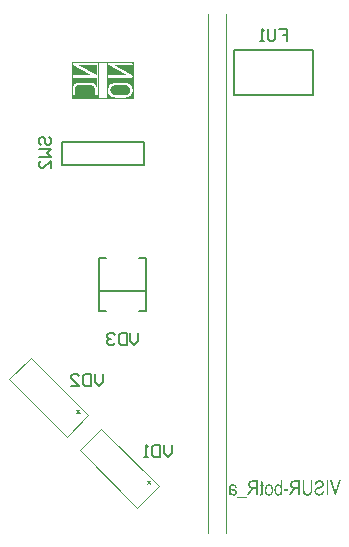
<source format=gbo>
G04*
G04 #@! TF.GenerationSoftware,Altium Limited,Altium Designer,20.1.8 (145)*
G04*
G04 Layer_Color=32896*
%FSTAX43Y43*%
%MOMM*%
G71*
G04*
G04 #@! TF.SameCoordinates,E6AD84FA-A84C-469F-AD0F-9F455A438001*
G04*
G04*
G04 #@! TF.FilePolarity,Positive*
G04*
G01*
G75*
%ADD33C,0.100*%
%ADD34C,0.150*%
%ADD35C,0.200*%
G36*
X01005Y005622D02*
X0100382D01*
Y0056335D01*
X0100367Y0056311D01*
X0100352Y0056291D01*
X0100337Y0056272D01*
X0100322Y0056259D01*
X0100311Y0056248D01*
X0100302Y0056239D01*
X0100295Y0056235D01*
X0100293Y0056233D01*
X0100272Y0056222D01*
X0100252Y0056215D01*
X0100232Y0056207D01*
X0100213Y0056204D01*
X0100198Y0056202D01*
X0100185Y00562D01*
X0100174D01*
X010015Y0056202D01*
X0100128Y0056206D01*
X0100106Y0056211D01*
X0100083Y005622D01*
X0100045Y0056241D01*
X0100011Y0056263D01*
X0099983Y0056287D01*
X0099972Y0056296D01*
X0099963Y0056306D01*
X0099956Y0056315D01*
X009995Y005632D01*
X0099948Y0056324D01*
X0099946Y0056326D01*
X009993Y005635D01*
X0099913Y0056378D01*
X00999Y0056406D01*
X0099889Y0056435D01*
X0099872Y0056494D01*
X0099861Y0056554D01*
X0099856Y005658D01*
X0099854Y0056605D01*
X0099852Y0056628D01*
X009985Y0056646D01*
X0099848Y0056663D01*
Y0056674D01*
Y0056683D01*
Y0056685D01*
X009985Y0056741D01*
X0099856Y0056791D01*
X0099863Y0056833D01*
X009987Y0056872D01*
X0099874Y0056889D01*
X0099878Y0056902D01*
X0099882Y0056915D01*
X0099885Y0056926D01*
X0099889Y0056933D01*
X0099891Y0056939D01*
X0099893Y0056942D01*
Y0056944D01*
X0099909Y0056981D01*
X0099928Y0057015D01*
X0099948Y0057042D01*
X0099967Y0057065D01*
X0099982Y0057081D01*
X0099996Y0057094D01*
X0100004Y0057102D01*
X0100007Y0057104D01*
X0100035Y0057122D01*
X0100063Y0057135D01*
X0100089Y0057144D01*
X0100115Y005715D01*
X0100135Y0057155D01*
X0100152Y0057157D01*
X0100167D01*
X0100189Y0057155D01*
X0100211Y0057152D01*
X0100232Y0057148D01*
X0100248Y0057142D01*
X0100261Y0057135D01*
X0100272Y0057131D01*
X010028Y0057128D01*
X0100282Y0057126D01*
X01003Y0057113D01*
X0100317Y0057098D01*
X0100333Y0057083D01*
X0100346Y0057068D01*
X0100357Y0057054D01*
X0100365Y0057042D01*
X010037Y0057035D01*
X0100372Y0057033D01*
Y0057485D01*
X01005D01*
Y005622D01*
D02*
G37*
G36*
X0096369Y0057154D02*
X0096415Y0057146D01*
X0096456Y0057135D01*
X0096489Y0057124D01*
X0096515Y0057111D01*
X0096534Y00571D01*
X0096539Y0057094D01*
X0096545Y0057092D01*
X0096547Y0057089D01*
X0096549D01*
X0096563Y0057076D01*
X0096576Y0057061D01*
X00966Y0057028D01*
X0096619Y0056992D01*
X0096632Y0056957D01*
X0096643Y0056926D01*
X0096647Y0056911D01*
X009665Y00569D01*
X0096652Y0056891D01*
X0096654Y0056881D01*
X0096656Y0056878D01*
Y0056876D01*
X009653Y0056854D01*
X0096521Y0056889D01*
X0096512Y0056918D01*
X00965Y0056942D01*
X0096491Y0056961D01*
X0096482Y0056976D01*
X0096475Y0056985D01*
X0096469Y0056991D01*
X0096467Y0056992D01*
X0096449Y0057005D01*
X0096428Y0057015D01*
X0096406Y005702D01*
X0096384Y0057026D01*
X0096363Y0057028D01*
X0096349Y005703D01*
X0096334D01*
X0096299Y0057028D01*
X0096269Y005702D01*
X0096245Y0057013D01*
X0096225Y0057002D01*
X009621Y0056992D01*
X0096199Y0056983D01*
X0096191Y0056976D01*
X0096189Y0056974D01*
X0096178Y0056957D01*
X0096169Y0056937D01*
X0096163Y0056915D01*
X0096158Y0056893D01*
X0096156Y0056872D01*
X0096154Y0056855D01*
Y0056844D01*
Y0056842D01*
Y0056841D01*
X0096156Y0056802D01*
X0096171Y0056796D01*
X0096186Y0056791D01*
X0096223Y005678D01*
X009626Y005677D01*
X0096297Y0056761D01*
X009633Y0056755D01*
X0096345Y0056752D01*
X0096358Y005675D01*
X0096369Y0056748D01*
X0096376D01*
X0096382Y0056746D01*
X0096384D01*
X0096425Y0056739D01*
X009646Y0056731D01*
X0096489Y0056722D01*
X0096515Y0056715D01*
X0096534Y0056707D01*
X0096547Y00567D01*
X0096556Y0056696D01*
X0096558Y0056694D01*
X0096578Y0056681D01*
X0096595Y0056665D01*
X009661Y005665D01*
X0096623Y0056635D01*
X0096634Y005662D01*
X0096641Y0056609D01*
X0096645Y0056602D01*
X0096647Y00566D01*
X0096658Y0056576D01*
X0096665Y0056552D01*
X0096671Y0056528D01*
X0096675Y0056507D01*
X0096676Y0056487D01*
X0096678Y0056472D01*
Y0056463D01*
Y0056461D01*
Y0056459D01*
X0096675Y0056417D01*
X0096667Y005638D01*
X0096656Y0056348D01*
X0096643Y005632D01*
X0096632Y0056298D01*
X0096621Y0056283D01*
X0096613Y0056274D01*
X009661Y005627D01*
X0096582Y0056246D01*
X009655Y005623D01*
X0096519Y0056217D01*
X0096489Y0056209D01*
X0096463Y0056204D01*
X0096441Y0056202D01*
X0096434Y00562D01*
X0096423D01*
X0096395Y0056202D01*
X0096369Y0056206D01*
X0096345Y0056211D01*
X0096323Y0056217D01*
X0096306Y0056222D01*
X0096291Y0056228D01*
X0096284Y0056231D01*
X009628Y0056233D01*
X0096254Y0056248D01*
X009623Y0056263D01*
X0096206Y005628D01*
X0096186Y0056296D01*
X0096169Y0056311D01*
X0096156Y0056322D01*
X0096149Y005633D01*
X0096145Y0056333D01*
X0096143Y0056309D01*
X0096139Y0056287D01*
X0096134Y0056268D01*
X009613Y0056252D01*
X0096126Y0056239D01*
X0096123Y005623D01*
X0096119Y0056222D01*
Y005622D01*
X0095986D01*
X0096002Y0056259D01*
X0096008Y0056278D01*
X0096012Y0056294D01*
X0096015Y0056307D01*
X0096017Y0056318D01*
X0096019Y0056326D01*
Y0056328D01*
X0096021Y0056341D01*
Y0056356D01*
X0096023Y0056374D01*
Y0056394D01*
X0096025Y0056441D01*
Y0056487D01*
X0096026Y0056531D01*
Y0056552D01*
Y0056568D01*
Y0056583D01*
Y0056594D01*
Y0056602D01*
Y0056604D01*
Y0056811D01*
Y0056855D01*
X009603Y0056894D01*
X0096032Y0056928D01*
X0096036Y0056954D01*
X0096039Y0056974D01*
X0096041Y0056991D01*
X0096045Y0056998D01*
Y0057002D01*
X0096054Y0057026D01*
X0096065Y0057048D01*
X009608Y0057067D01*
X0096095Y0057083D01*
X0096108Y0057096D01*
X0096119Y0057105D01*
X0096126Y0057111D01*
X009613Y0057113D01*
X0096158Y0057128D01*
X0096188Y0057139D01*
X0096217Y0057146D01*
X0096247Y0057152D01*
X0096275Y0057155D01*
X0096295Y0057157D01*
X0096315D01*
X0096369Y0057154D01*
D02*
G37*
G36*
X010103Y00566D02*
X0100639D01*
Y0056755D01*
X010103D01*
Y00566D01*
D02*
G37*
G36*
X0105098Y005622D02*
X0104955D01*
X010455Y0057485D01*
X0104688D01*
X010497Y0056565D01*
X0104981Y0056526D01*
X0104992Y0056489D01*
X0105001Y0056456D01*
X0105009Y0056424D01*
X0105016Y0056398D01*
X0105022Y0056378D01*
X0105024Y005637D01*
Y0056365D01*
X0105025Y0056361D01*
Y0056359D01*
X0105035Y0056396D01*
X0105044Y0056433D01*
X0105053Y0056468D01*
X0105061Y00565D01*
X0105068Y0056526D01*
X0105074Y0056546D01*
X0105075Y0056554D01*
X0105077Y0056559D01*
X0105079Y0056563D01*
Y0056565D01*
X010535Y0057485D01*
X01055D01*
X0105098Y005622D01*
D02*
G37*
G36*
X0103057Y0056754D02*
X0103055Y0056698D01*
X0103053Y0056646D01*
X0103048Y00566D01*
X0103042Y0056556D01*
X0103033Y0056517D01*
X0103026Y0056481D01*
X0103016Y005645D01*
X0103007Y0056422D01*
X0102998Y0056398D01*
X0102989Y0056378D01*
X0102979Y0056359D01*
X0102972Y0056346D01*
X0102966Y0056335D01*
X0102961Y0056328D01*
X0102959Y0056324D01*
X0102957Y0056322D01*
X0102937Y00563D01*
X0102915Y0056281D01*
X0102891Y0056265D01*
X0102866Y0056252D01*
X0102841Y0056239D01*
X0102815Y005623D01*
X0102765Y0056215D01*
X0102742Y0056211D01*
X010272Y0056207D01*
X01027Y0056204D01*
X0102683Y0056202D01*
X010267Y00562D01*
X010265D01*
X0102598Y0056204D01*
X0102552Y0056211D01*
X0102511Y005622D01*
X0102476Y0056233D01*
X0102448Y0056246D01*
X0102437Y0056252D01*
X0102428Y0056256D01*
X010242Y0056261D01*
X0102415Y0056263D01*
X0102413Y0056267D01*
X0102411D01*
X0102378Y0056294D01*
X0102352Y0056324D01*
X0102328Y0056356D01*
X0102311Y0056385D01*
X0102298Y0056411D01*
X0102289Y0056433D01*
X0102285Y0056441D01*
X0102283Y0056446D01*
X0102281Y005645D01*
Y0056452D01*
X0102268Y0056498D01*
X0102259Y005655D01*
X0102254Y00566D01*
X0102248Y0056648D01*
Y0056668D01*
X0102246Y0056689D01*
Y0056707D01*
X0102244Y0056724D01*
Y0056735D01*
Y0056746D01*
Y0056752D01*
Y0056754D01*
Y0057485D01*
X0102381D01*
Y0056755D01*
Y0056713D01*
X0102385Y0056674D01*
X0102387Y0056637D01*
X0102392Y0056604D01*
X0102396Y0056576D01*
X0102402Y0056548D01*
X0102409Y0056526D01*
X0102415Y0056506D01*
X010242Y0056487D01*
X0102428Y0056472D01*
X0102433Y0056459D01*
X0102437Y005645D01*
X0102442Y0056443D01*
X0102444Y0056437D01*
X0102448Y0056435D01*
Y0056433D01*
X0102461Y0056418D01*
X0102476Y0056407D01*
X0102509Y0056387D01*
X0102544Y0056372D01*
X0102578Y0056363D01*
X0102609Y0056356D01*
X0102624Y0056354D01*
X0102635D01*
X0102646Y0056352D01*
X0102659D01*
X0102691Y0056354D01*
X0102718Y0056357D01*
X0102744Y0056365D01*
X0102766Y0056372D01*
X0102783Y0056378D01*
X0102796Y0056385D01*
X0102803Y0056389D01*
X0102807Y0056391D01*
X0102828Y0056407D01*
X0102846Y0056426D01*
X0102861Y0056446D01*
X0102874Y0056465D01*
X0102883Y0056481D01*
X0102889Y0056494D01*
X0102892Y0056504D01*
X0102894Y0056507D01*
X0102898Y0056522D01*
X0102903Y0056541D01*
X0102909Y005658D01*
X0102915Y005662D01*
X0102916Y0056661D01*
X0102918Y0056698D01*
X010292Y0056713D01*
Y0056728D01*
Y0056739D01*
Y0056748D01*
Y0056754D01*
Y0056755D01*
Y0057485D01*
X0103057D01*
Y0056754D01*
D02*
G37*
G36*
X0098861Y0057365D02*
Y0057137D01*
X0098954D01*
Y0057017D01*
X0098861D01*
Y0056487D01*
Y0056463D01*
Y0056441D01*
X0098859Y0056418D01*
Y00564D01*
X0098858Y0056383D01*
X0098856Y0056368D01*
X0098854Y0056344D01*
X009885Y0056326D01*
X0098848Y0056313D01*
X0098846Y0056306D01*
Y0056304D01*
X0098839Y0056289D01*
X0098832Y0056274D01*
X0098822Y0056261D01*
X0098813Y0056252D01*
X0098806Y0056244D01*
X0098798Y0056239D01*
X0098795Y0056235D01*
X0098793Y0056233D01*
X0098776Y0056224D01*
X0098759Y0056218D01*
X0098741Y0056213D01*
X0098724Y0056211D01*
X0098709Y0056209D01*
X0098697Y0056207D01*
X0098685D01*
X0098654Y0056209D01*
X0098637Y0056211D01*
X0098622Y0056215D01*
X0098609Y0056217D01*
X00986Y0056218D01*
X0098593Y005622D01*
X0098591D01*
X0098608Y0056357D01*
X0098632Y0056354D01*
X009865Y0056352D01*
X0098665D01*
X009868Y0056354D01*
X0098693Y0056357D01*
X0098704Y0056361D01*
X0098711Y0056367D01*
X0098717Y0056372D01*
X0098721Y0056378D01*
X0098724Y005638D01*
Y0056381D01*
X0098728Y0056393D01*
X009873Y0056406D01*
X0098734Y0056422D01*
Y0056439D01*
X0098735Y0056454D01*
Y0056467D01*
Y0056474D01*
Y0056478D01*
Y0057017D01*
X0098608D01*
Y0057137D01*
X0098735D01*
Y0057457D01*
X0098861Y0057365D01*
D02*
G37*
G36*
X01044Y005622D02*
X0104263D01*
Y0057485D01*
X01044D01*
Y005622D01*
D02*
G37*
G36*
X0102011D02*
X0101874D01*
Y0056781D01*
X0101692D01*
X010167Y0056778D01*
X0101652Y0056776D01*
X0101637Y0056772D01*
X0101626Y0056768D01*
X0101617Y0056765D01*
X0101611Y0056763D01*
X0101609Y0056761D01*
X0101594Y0056752D01*
X010158Y0056743D01*
X0101555Y0056718D01*
X0101544Y0056707D01*
X0101537Y0056698D01*
X0101531Y0056691D01*
X010153Y0056689D01*
X0101522Y0056678D01*
X0101513Y0056665D01*
X0101494Y0056635D01*
X0101474Y00566D01*
X0101454Y0056567D01*
X0101437Y0056533D01*
X010143Y0056518D01*
X0101422Y0056507D01*
X0101417Y0056496D01*
X0101413Y0056489D01*
X0101409Y0056483D01*
Y0056481D01*
X010127Y005622D01*
X0101096D01*
X0101278Y0056563D01*
X0101296Y0056596D01*
X0101315Y0056626D01*
X0101333Y0056654D01*
X010135Y0056678D01*
X0101365Y0056696D01*
X0101376Y0056711D01*
X0101383Y005672D01*
X0101387Y0056724D01*
X01014Y0056737D01*
X0101413Y005675D01*
X0101441Y0056772D01*
X0101454Y0056781D01*
X0101463Y0056789D01*
X010147Y0056793D01*
X0101472Y0056794D01*
X0101422Y0056805D01*
X010138Y0056822D01*
X0101343Y0056841D01*
X0101311Y0056859D01*
X0101289Y0056878D01*
X010127Y0056893D01*
X0101261Y0056904D01*
X0101257Y0056905D01*
Y0056907D01*
X0101231Y0056942D01*
X0101213Y0056981D01*
X01012Y005702D01*
X0101191Y0057057D01*
X0101185Y0057089D01*
X0101183Y0057104D01*
Y0057115D01*
X0101181Y0057126D01*
Y0057133D01*
Y0057137D01*
Y0057139D01*
X0101183Y0057178D01*
X0101189Y0057215D01*
X0101196Y0057248D01*
X0101204Y0057276D01*
X0101211Y0057298D01*
X0101218Y0057315D01*
X0101224Y0057326D01*
X0101226Y0057329D01*
X0101243Y0057359D01*
X0101263Y0057383D01*
X0101281Y0057404D01*
X0101298Y005742D01*
X0101315Y0057433D01*
X0101328Y0057441D01*
X0101335Y0057446D01*
X0101339Y0057448D01*
X0101368Y0057461D01*
X0101402Y005747D01*
X0101437Y0057476D01*
X010147Y0057481D01*
X0101502Y0057483D01*
X0101517D01*
X0101528Y0057485D01*
X0102011D01*
Y005622D01*
D02*
G37*
G36*
X0098469D02*
X0098332D01*
Y0056781D01*
X009815Y0056781D01*
X0098128Y0056778D01*
X009811Y0056776D01*
X0098095Y0056772D01*
X0098084Y0056768D01*
X0098074Y0056765D01*
X0098069Y0056763D01*
X0098067Y0056761D01*
X0098052Y0056752D01*
X0098037Y0056743D01*
X0098013Y0056718D01*
X0098002Y0056707D01*
X0097995Y0056698D01*
X0097989Y0056691D01*
X0097987Y0056689D01*
X009798Y0056678D01*
X0097971Y0056665D01*
X0097952Y0056635D01*
X0097932Y00566D01*
X0097911Y0056567D01*
X0097895Y0056533D01*
X0097887Y0056518D01*
X009788Y0056507D01*
X0097874Y0056496D01*
X0097871Y0056489D01*
X0097867Y0056483D01*
Y0056481D01*
X0097728Y005622D01*
X0097554D01*
X0097736Y0056563D01*
X0097754Y0056596D01*
X0097773Y0056626D01*
X0097791Y0056654D01*
X0097808Y0056678D01*
X0097823Y0056696D01*
X0097834Y0056711D01*
X0097841Y005672D01*
X0097845Y0056724D01*
X0097858Y0056737D01*
X0097871Y005675D01*
X0097898Y0056772D01*
X0097911Y0056781D01*
X0097921Y0056789D01*
X0097928Y0056793D01*
X009793Y0056794D01*
X009788Y0056805D01*
X0097837Y0056822D01*
X00978Y0056841D01*
X0097769Y0056859D01*
X0097747Y0056878D01*
X0097728Y0056893D01*
X0097719Y0056904D01*
X0097715Y0056905D01*
Y0056907D01*
X0097689Y0056942D01*
X0097671Y0056981D01*
X0097658Y005702D01*
X0097648Y0057057D01*
X0097643Y0057089D01*
X0097641Y0057104D01*
Y0057115D01*
X0097639Y0057126D01*
Y0057133D01*
Y0057137D01*
Y0057139D01*
X0097641Y0057178D01*
X0097647Y0057215D01*
X0097654Y0057248D01*
X0097661Y0057276D01*
X0097669Y0057298D01*
X0097676Y0057315D01*
X0097682Y0057326D01*
X0097684Y0057329D01*
X00977Y0057359D01*
X0097721Y0057383D01*
X0097739Y0057404D01*
X0097756Y005742D01*
X0097773Y0057433D01*
X0097785Y0057441D01*
X0097793Y0057446D01*
X0097797Y0057448D01*
X0097826Y0057461D01*
X009786Y005747D01*
X0097895Y0057476D01*
X0097928Y0057481D01*
X009796Y0057483D01*
X0097974D01*
X0097985Y0057485D01*
X0098469Y0057485D01*
Y005622D01*
D02*
G37*
G36*
X0103696Y0057505D02*
X0103724Y0057504D01*
X0103777Y0057492D01*
X0103802Y0057485D01*
X0103824Y0057476D01*
X0103844Y0057467D01*
X0103863Y0057459D01*
X0103877Y005745D01*
X0103892Y0057441D01*
X0103905Y0057431D01*
X0103914Y0057424D01*
X0103922Y0057418D01*
X0103927Y0057413D01*
X0103931Y0057411D01*
X0103933Y0057409D01*
X010395Y0057391D01*
X0103964Y005737D01*
X0103979Y005735D01*
X010399Y0057329D01*
X0104007Y0057287D01*
X0104018Y0057248D01*
X0104026Y0057213D01*
X0104027Y0057198D01*
X0104029Y0057185D01*
X0104031Y0057174D01*
Y0057167D01*
Y0057161D01*
Y0057159D01*
X0104029Y0057128D01*
X0104026Y0057098D01*
X010402Y0057072D01*
X0104014Y0057048D01*
X0104009Y005703D01*
X0104003Y0057017D01*
X0104Y0057007D01*
X0103998Y0057004D01*
X0103983Y005698D01*
X0103968Y0056957D01*
X0103952Y0056939D01*
X0103937Y0056924D01*
X0103922Y0056911D01*
X0103911Y00569D01*
X0103903Y0056894D01*
X0103902Y0056893D01*
X0103889Y0056885D01*
X0103874Y0056876D01*
X0103842Y0056861D01*
X0103807Y0056846D01*
X0103774Y0056833D01*
X0103742Y0056822D01*
X0103727Y0056817D01*
X0103716Y0056813D01*
X0103705Y0056809D01*
X0103698Y0056807D01*
X0103694Y0056805D01*
X0103692D01*
X0103663Y0056796D01*
X0103635Y0056789D01*
X0103611Y0056781D01*
X0103589Y0056774D01*
X010357Y0056767D01*
X0103552Y0056761D01*
X0103537Y0056755D01*
X0103524Y005675D01*
X0103511Y0056744D01*
X0103502Y0056741D01*
X0103489Y0056735D01*
X0103479Y0056731D01*
X0103478Y005673D01*
X0103459Y0056718D01*
X0103444Y0056707D01*
X0103431Y0056696D01*
X0103422Y0056685D01*
X0103415Y0056676D01*
X0103407Y0056668D01*
X0103405Y0056663D01*
X0103403Y0056661D01*
X0103394Y0056644D01*
X0103389Y005663D01*
X0103383Y0056613D01*
X0103381Y0056598D01*
X0103379Y0056585D01*
X0103378Y0056574D01*
Y0056567D01*
Y0056565D01*
X0103381Y0056531D01*
X0103389Y0056502D01*
X01034Y0056474D01*
X0103411Y0056452D01*
X0103424Y0056435D01*
X0103435Y0056422D01*
X0103442Y0056415D01*
X0103446Y0056411D01*
X0103474Y0056391D01*
X0103505Y0056378D01*
X0103537Y0056367D01*
X0103566Y0056359D01*
X0103594Y0056356D01*
X0103616Y0056354D01*
X0103626Y0056352D01*
X0103637D01*
X0103668Y0056354D01*
X0103696Y0056357D01*
X0103722Y0056363D01*
X0103746Y005637D01*
X0103765Y0056376D01*
X0103777Y0056381D01*
X0103787Y0056385D01*
X010379Y0056387D01*
X0103815Y0056402D01*
X0103835Y0056417D01*
X0103853Y0056431D01*
X0103868Y0056446D01*
X0103881Y0056459D01*
X0103889Y005647D01*
X0103894Y0056478D01*
X0103896Y005648D01*
X0103909Y0056504D01*
X0103918Y005653D01*
X0103927Y0056556D01*
X0103933Y0056583D01*
X0103937Y0056605D01*
X010394Y0056626D01*
Y0056633D01*
X0103942Y0056639D01*
Y0056641D01*
Y0056643D01*
X010407Y005663D01*
X0104068Y0056593D01*
X0104064Y0056559D01*
X0104057Y0056528D01*
X010405Y0056496D01*
X010404Y0056468D01*
X0104031Y0056443D01*
X0104022Y0056418D01*
X0104011Y0056398D01*
X0104Y005638D01*
X0103989Y0056363D01*
X0103979Y0056348D01*
X0103972Y0056337D01*
X0103964Y0056328D01*
X0103959Y005632D01*
X0103955Y0056317D01*
X0103953Y0056315D01*
X0103931Y0056294D01*
X0103907Y0056278D01*
X0103883Y0056261D01*
X0103857Y0056248D01*
X0103831Y0056237D01*
X0103805Y0056228D01*
X0103757Y0056215D01*
X0103733Y0056209D01*
X0103713Y0056206D01*
X0103694Y0056204D01*
X0103677Y0056202D01*
X0103665Y00562D01*
X0103646D01*
X0103602Y0056202D01*
X0103561Y0056207D01*
X0103524Y0056215D01*
X0103494Y0056224D01*
X0103468Y0056231D01*
X010345Y0056239D01*
X0103444Y0056243D01*
X0103439Y0056244D01*
X0103437Y0056246D01*
X0103435D01*
X0103403Y0056265D01*
X0103376Y0056287D01*
X0103352Y0056309D01*
X0103331Y0056331D01*
X0103316Y0056352D01*
X0103305Y0056367D01*
X0103298Y0056378D01*
X0103296Y005638D01*
Y0056381D01*
X0103279Y0056415D01*
X0103266Y005645D01*
X0103257Y0056483D01*
X010325Y0056515D01*
X0103246Y0056541D01*
X0103244Y0056561D01*
Y0056568D01*
Y0056574D01*
Y0056578D01*
Y005658D01*
X0103246Y0056618D01*
X0103252Y0056655D01*
X0103261Y0056687D01*
X0103268Y0056715D01*
X0103278Y0056737D01*
X0103287Y0056754D01*
X0103292Y0056763D01*
X0103294Y0056767D01*
X0103315Y0056794D01*
X0103337Y005682D01*
X0103361Y0056843D01*
X0103383Y0056861D01*
X0103403Y0056876D01*
X0103422Y0056885D01*
X0103433Y0056893D01*
X0103435Y0056894D01*
X0103437D01*
X010345Y00569D01*
X0103465Y0056907D01*
X0103498Y0056918D01*
X0103533Y0056931D01*
X0103568Y0056942D01*
X0103602Y0056954D01*
X0103616Y0056957D01*
X0103627Y0056961D01*
X0103639Y0056965D01*
X0103646Y0056967D01*
X0103652Y0056968D01*
X0103653D01*
X0103681Y0056976D01*
X0103707Y0056985D01*
X0103731Y0056992D01*
X0103752Y0057D01*
X010377Y0057007D01*
X0103787Y0057015D01*
X0103802Y005702D01*
X0103813Y0057028D01*
X0103833Y0057039D01*
X0103846Y0057046D01*
X0103853Y0057052D01*
X0103855Y0057054D01*
X010387Y005707D01*
X0103881Y0057091D01*
X0103889Y0057109D01*
X0103894Y005713D01*
X0103898Y0057146D01*
X01039Y0057159D01*
Y0057168D01*
Y0057172D01*
X0103898Y0057202D01*
X010389Y0057228D01*
X0103881Y005725D01*
X0103868Y005727D01*
X0103857Y0057285D01*
X0103848Y0057296D01*
X010384Y0057304D01*
X0103839Y0057305D01*
X0103813Y0057324D01*
X0103785Y0057337D01*
X0103755Y0057346D01*
X0103727Y0057352D01*
X0103702Y0057357D01*
X0103679Y0057359D01*
X0103661D01*
X010362Y0057357D01*
X0103585Y005735D01*
X0103553Y0057341D01*
X0103529Y0057329D01*
X0103509Y0057317D01*
X0103494Y0057307D01*
X0103487Y00573D01*
X0103483Y0057298D01*
X0103461Y0057274D01*
X0103444Y0057244D01*
X0103431Y0057215D01*
X010342Y0057185D01*
X0103415Y0057159D01*
X0103409Y0057137D01*
Y0057128D01*
X0103407Y0057122D01*
Y0057118D01*
Y0057117D01*
X0103276Y005713D01*
X0103279Y005717D01*
X0103285Y0057209D01*
X0103294Y0057242D01*
X0103303Y0057272D01*
X0103313Y0057296D01*
X010332Y0057315D01*
X0103326Y0057326D01*
X0103328Y0057328D01*
Y0057329D01*
X0103348Y0057359D01*
X0103368Y0057387D01*
X010339Y0057409D01*
X0103413Y0057428D01*
X0103433Y0057442D01*
X0103448Y0057452D01*
X0103459Y0057459D01*
X0103461Y0057461D01*
X0103463D01*
X0103496Y0057476D01*
X0103531Y0057487D01*
X0103565Y0057496D01*
X0103596Y0057502D01*
X0103624Y0057505D01*
X0103635D01*
X0103646Y0057507D01*
X0103665D01*
X0103696Y0057505D01*
D02*
G37*
G36*
X0099419Y0057155D02*
X0099446Y0057152D01*
X0099471Y0057146D01*
X0099495Y0057139D01*
X0099539Y0057118D01*
X0099576Y0057096D01*
X0099591Y0057085D01*
X0099606Y0057074D01*
X0099617Y0057063D01*
X0099626Y0057054D01*
X0099633Y0057046D01*
X0099639Y0057041D01*
X0099643Y0057037D01*
X0099645Y0057035D01*
X0099661Y0057011D01*
X0099676Y0056985D01*
X0099691Y0056957D01*
X0099702Y0056928D01*
X0099719Y0056868D01*
X009973Y0056811D01*
X0099735Y0056785D01*
X0099737Y0056759D01*
X0099739Y0056737D01*
X0099741Y0056717D01*
X0099743Y00567D01*
Y0056689D01*
Y005668D01*
Y0056678D01*
X0099741Y0056635D01*
X0099739Y0056594D01*
X0099733Y0056557D01*
X0099728Y0056522D01*
X0099719Y0056491D01*
X0099711Y0056461D01*
X0099702Y0056433D01*
X0099693Y0056411D01*
X0099683Y0056389D01*
X0099674Y005637D01*
X0099665Y0056356D01*
X0099658Y0056343D01*
X0099652Y0056333D01*
X0099646Y0056326D01*
X0099645Y0056322D01*
X0099643Y005632D01*
X0099624Y00563D01*
X0099604Y0056281D01*
X0099582Y0056265D01*
X0099561Y005625D01*
X0099539Y0056239D01*
X0099519Y005623D01*
X009948Y0056215D01*
X0099445Y0056206D01*
X009943Y0056204D01*
X0099417Y0056202D01*
X0099406Y00562D01*
X0099391D01*
X0099363Y0056202D01*
X0099337Y0056206D01*
X0099311Y0056211D01*
X0099287Y0056218D01*
X0099245Y0056239D01*
X0099208Y0056261D01*
X0099193Y0056272D01*
X0099178Y0056281D01*
X0099167Y0056293D01*
X0099158Y0056302D01*
X0099148Y0056309D01*
X0099143Y0056315D01*
X0099141Y0056318D01*
X0099139Y005632D01*
X0099121Y0056344D01*
X0099106Y005637D01*
X0099093Y0056398D01*
X0099082Y0056428D01*
X0099063Y0056489D01*
X0099052Y0056548D01*
X0099046Y0056576D01*
X0099045Y0056604D01*
X0099043Y0056626D01*
X0099041Y0056646D01*
X0099039Y0056663D01*
Y0056676D01*
Y0056685D01*
Y0056687D01*
X0099041Y0056728D01*
X0099043Y0056767D01*
X0099048Y0056804D01*
X0099056Y0056837D01*
X0099063Y0056868D01*
X0099071Y0056898D01*
X009908Y0056924D01*
X0099089Y0056946D01*
X00991Y0056967D01*
X0099109Y0056985D01*
X0099117Y0057D01*
X0099124Y0057013D01*
X0099132Y0057022D01*
X0099137Y005703D01*
X0099139Y0057033D01*
X0099141Y0057035D01*
X0099159Y0057057D01*
X009918Y0057076D01*
X00992Y0057092D01*
X0099222Y0057105D01*
X0099243Y0057118D01*
X0099263Y0057128D01*
X0099304Y0057142D01*
X0099337Y0057152D01*
X0099354Y0057154D01*
X0099365Y0057155D01*
X0099376Y0057157D01*
X0099391D01*
X0099419Y0057155D01*
D02*
G37*
G36*
X0097545Y0056D02*
X0096721D01*
Y0056089D01*
X0097545D01*
Y0056D01*
D02*
G37*
G36*
X0082821Y0092843D02*
X0082798Y0092835D01*
X008278Y0092824D01*
X0082761Y0092806D01*
X008275Y009278D01*
X0082747Y0092746D01*
Y009285D01*
X0082835D01*
X0082821Y0092843D01*
D02*
G37*
G36*
X008275Y0092724D02*
X0082754Y0092709D01*
X0082761Y0092694D01*
X0082772Y009268D01*
X0082787Y0092665D01*
X0082809Y009265D01*
X0084339Y0091798D01*
X0082854D01*
X008285D01*
X0082835D01*
X0082821Y0091791D01*
X0082798Y0091783D01*
X008278Y0091772D01*
X0082761Y0091754D01*
X008275Y0091728D01*
X0082747Y0091695D01*
Y0092735D01*
X008275Y0092724D01*
D02*
G37*
G36*
X008485Y009278D02*
Y009285D01*
X008485D01*
Y0090113D01*
X0082747D01*
Y0090113D01*
X0082747D01*
Y0090202D01*
X008275Y0090187D01*
X0082761Y0090165D01*
X0082772Y0090147D01*
X0082791Y0090128D01*
X0082817Y0090117D01*
X0082854Y0090113D01*
X0082869D01*
X0082887Y0090117D01*
X0082906Y0090128D01*
X0082924Y0090139D01*
X0082943Y0090158D01*
X0082954Y0090184D01*
X0082958Y0090221D01*
Y0090661D01*
X0082961Y0090687D01*
X0082969Y0090717D01*
X008298Y0090754D01*
X0082998Y0090791D01*
X0083021Y0090828D01*
X008305Y0090865D01*
X0083054Y0090869D01*
X0083065Y009088D01*
X0083087Y0090895D01*
X0083113Y0090909D01*
X0083146Y0090924D01*
X0083184Y0090939D01*
X0083228Y009095D01*
X0083276Y0090954D01*
X0084324D01*
X0084332D01*
X0084346D01*
X0084372Y009095D01*
X0084402Y0090943D01*
X0084439Y0090932D01*
X0084476Y0090917D01*
X0084513Y0090895D01*
X008455Y0090865D01*
X0084554Y0090861D01*
X0084565Y0090847D01*
X008458Y0090828D01*
X0084594Y0090802D01*
X0084609Y0090769D01*
X0084624Y0090732D01*
X0084635Y0090687D01*
X0084639Y0090639D01*
Y0090202D01*
X0084643Y0090187D01*
X0084654Y0090165D01*
X0084665Y0090147D01*
X0084683Y0090128D01*
X0084709Y0090117D01*
X0084746Y0090113D01*
X0084761D01*
X008478Y0090117D01*
X0084798Y0090128D01*
X0084817Y0090139D01*
X0084835Y0090158D01*
X0084846Y0090184D01*
X008485Y0090221D01*
Y0090128D01*
Y0090661D01*
X0084846Y0090676D01*
X0084843Y0090717D01*
X0084831Y0090769D01*
X0084813Y0090828D01*
X0084787Y0090887D01*
X008475Y0090954D01*
X0084698Y0091013D01*
X0084691Y0091021D01*
X0084669Y0091035D01*
X0084639Y0091061D01*
X0084594Y0091087D01*
X0084539Y0091117D01*
X0084476Y0091143D01*
X0084402Y0091158D01*
X0084324Y0091165D01*
X008485D01*
X008325D01*
X0083235Y0091161D01*
X0083195Y0091158D01*
X0083146Y0091146D01*
X0083087Y0091128D01*
X0083024Y0091102D01*
X0082961Y0091065D01*
X0082902Y0091013D01*
X0082895Y0091006D01*
X0082876Y0090984D01*
X0082854Y0090954D01*
X0082824Y0090909D01*
X0082795Y0090854D01*
X0082772Y0090791D01*
X0082754Y0090717D01*
X0082747Y0090639D01*
Y0091165D01*
X0083074D01*
X0082747D01*
Y0091587D01*
X0082747D01*
Y0091676D01*
X008275Y0091661D01*
X0082761Y0091639D01*
X0082772Y009162D01*
X0082791Y0091602D01*
X0082817Y0091591D01*
X0082854Y0091587D01*
X0084761D01*
X008478Y0091591D01*
X0084798Y0091602D01*
X0084817Y0091613D01*
X0084835Y0091632D01*
X0084846Y0091658D01*
X008485Y0091695D01*
Y0091676D01*
Y0091695D01*
Y0091706D01*
X0084843Y0091728D01*
X0084828Y0091761D01*
X0084817Y0091776D01*
X0084798Y0091787D01*
X0083258Y0092639D01*
X0084746D01*
X008475D01*
X0084761D01*
X008478Y0092643D01*
X0084798Y0092654D01*
X0084817Y0092665D01*
X0084835Y0092683D01*
X0084846Y0092709D01*
X008485Y0092746D01*
Y0092761D01*
X0084843Y009278D01*
X0084835Y0092798D01*
X0084824Y0092817D01*
X0084806Y0092835D01*
X008478Y0092846D01*
X0084746Y009285D01*
X008485D01*
Y009278D01*
D02*
G37*
G36*
X008785Y0092761D02*
X0087843Y009278D01*
X0087835Y0092798D01*
X0087824Y0092817D01*
X0087806Y0092835D01*
X008778Y0092846D01*
X0087746Y009285D01*
X008785D01*
Y0092761D01*
D02*
G37*
G36*
X0085835Y009285D02*
X0085821Y0092843D01*
X0085798Y0092835D01*
X008578Y0092824D01*
X0085761Y0092806D01*
X008575Y009278D01*
X0085747Y0092746D01*
Y009285D01*
X0085803D01*
X0085747D01*
D01*
X008785D01*
X0085835D01*
D02*
G37*
G36*
X008575Y0092724D02*
X0085754Y0092709D01*
X0085761Y0092694D01*
X0085772Y009268D01*
X0085787Y0092665D01*
X0085809Y009265D01*
X0087339Y0091798D01*
X0085854D01*
X008585D01*
X0085835D01*
X0085821Y0091791D01*
X0085798Y0091783D01*
X008578Y0091772D01*
X0085761Y0091754D01*
X008575Y0091728D01*
X0085747Y0091695D01*
Y0092735D01*
X008575Y0092724D01*
D02*
G37*
G36*
X008785Y0089902D02*
X008785D01*
Y0090561D01*
X0087846Y009058D01*
X0087843Y0090602D01*
X0087839Y0090628D01*
X0087828Y0090691D01*
X0087806Y0090761D01*
X0087772Y0090835D01*
X0087754Y0090872D01*
X0087728Y0090909D01*
X0087702Y0090947D01*
X0087669Y0090984D01*
X0087665Y0090987D01*
X0087661Y0090991D01*
X008765Y0090998D01*
X0087635Y0091013D01*
X0087617Y0091024D01*
X0087594Y0091039D01*
X0087543Y0091072D01*
X0087476Y0091106D01*
X0087402Y0091135D01*
X0087317Y0091158D01*
X0087269Y0091161D01*
X008722Y0091165D01*
X008785D01*
X0086354D01*
X0086335Y0091161D01*
X0086313Y0091158D01*
X0086287Y0091154D01*
X0086224Y0091143D01*
X0086154Y0091121D01*
X008608Y0091087D01*
X0086043Y0091069D01*
X0086006Y0091043D01*
X0085969Y0091017D01*
X0085932Y0090984D01*
X0085928Y009098D01*
X0085924Y0090976D01*
X0085913Y0090965D01*
X0085902Y009095D01*
X0085887Y0090932D01*
X0085872Y0090909D01*
X0085839Y0090858D01*
X0085806Y0090791D01*
X0085776Y0090717D01*
X0085754Y0090632D01*
X008575Y0090584D01*
X0085747Y0090535D01*
Y0091165D01*
X0086263D01*
X0085747D01*
Y0091587D01*
X0085747D01*
Y0091676D01*
X008575Y0091661D01*
X0085761Y0091639D01*
X0085772Y009162D01*
X0085791Y0091602D01*
X0085817Y0091591D01*
X0085854Y0091587D01*
X0087761D01*
X008778Y0091591D01*
X0087798Y0091602D01*
X0087817Y0091613D01*
X0087835Y0091632D01*
X0087846Y0091658D01*
X008785Y0091695D01*
Y0091613D01*
Y0091728D01*
Y0091706D01*
X0087843Y0091728D01*
X0087828Y0091761D01*
X0087817Y0091776D01*
X0087798Y0091787D01*
X0086258Y0092639D01*
X0087746D01*
X008775D01*
X0087761D01*
X008778Y0092643D01*
X0087798Y0092654D01*
X0087817Y0092665D01*
X0087835Y0092683D01*
X0087846Y0092709D01*
X008785Y0092746D01*
Y009285D01*
X008785D01*
Y0089902D01*
D02*
G37*
G36*
X008725Y009095D02*
X0087283Y0090947D01*
X0087324Y0090939D01*
X0087372Y0090924D01*
X008742Y0090902D01*
X0087472Y0090876D01*
X008752Y0090835D01*
X0087524Y0090828D01*
X0087539Y0090813D01*
X0087557Y0090787D01*
X008758Y009075D01*
X0087602Y0090709D01*
X008762Y0090658D01*
X0087635Y0090598D01*
X0087639Y0090535D01*
Y0090528D01*
X0087635Y0090506D01*
X0087632Y0090472D01*
X0087624Y0090432D01*
X0087609Y0090384D01*
X0087587Y0090335D01*
X0087561Y0090284D01*
X008752Y0090235D01*
X0087513Y0090232D01*
X0087498Y0090217D01*
X0087472Y0090198D01*
X0087435Y0090173D01*
X0087394Y009015D01*
X0087343Y0090132D01*
X0087283Y0090117D01*
X008722Y0090113D01*
X008638D01*
X0086376D01*
X0086372D01*
X008635D01*
X0086317Y0090121D01*
X0086276Y0090128D01*
X0086228Y0090143D01*
X008618Y0090165D01*
X0086128Y0090195D01*
X008608Y0090235D01*
X0086076Y0090239D01*
X0086061Y0090258D01*
X0086043Y0090284D01*
X0086017Y0090317D01*
X0085995Y0090361D01*
X0085976Y0090413D01*
X0085961Y0090472D01*
X0085958Y0090535D01*
Y0090565D01*
X0085965Y0090598D01*
X0085972Y0090639D01*
X0085987Y0090687D01*
X0086009Y0090735D01*
X0086039Y0090787D01*
X008608Y0090835D01*
X0086084Y0090839D01*
X0086102Y0090854D01*
X0086128Y0090872D01*
X0086161Y0090895D01*
X0086206Y0090917D01*
X0086258Y0090935D01*
X0086317Y009095D01*
X008638Y0090954D01*
X008722D01*
X0087224D01*
X0087228D01*
X008725Y009095D01*
D02*
G37*
G36*
X008785Y0089902D02*
X0087246D01*
X0087265Y0089906D01*
X0087287D01*
X0087313Y0089913D01*
X0087376Y0089924D01*
X0087446Y0089947D01*
X008752Y008998D01*
X0087557Y0090002D01*
X0087594Y0090024D01*
X0087632Y0090054D01*
X0087669Y0090087D01*
X0087672Y0090091D01*
X0087676Y0090095D01*
X0087683Y0090106D01*
X0087698Y0090121D01*
X0087709Y0090139D01*
X0087724Y0090161D01*
X0087757Y0090213D01*
X0087791Y0090276D01*
X008782Y0090354D01*
X0087843Y0090439D01*
X0087846Y0090487D01*
X008785Y0090535D01*
Y0089902D01*
D02*
G37*
G36*
X008575Y0090491D02*
Y0090469D01*
X0085758Y0090443D01*
X0085769Y009038D01*
X0085791Y009031D01*
X0085824Y0090235D01*
X0085846Y0090198D01*
X0085869Y0090161D01*
X0085898Y0090124D01*
X0085932Y0090087D01*
X0085935Y0090084D01*
X0085939Y009008D01*
X008595Y0090069D01*
X0085965Y0090058D01*
X0085984Y0090043D01*
X0086006Y0090028D01*
X0086058Y0089995D01*
X0086121Y0089961D01*
X0086198Y0089932D01*
X0086283Y008991D01*
X0086332Y0089906D01*
X008638Y0089902D01*
X0085747D01*
Y0090509D01*
X008575Y0090491D01*
D02*
G37*
G36*
X0083238Y0063388D02*
X0083355Y0063505D01*
X0083434Y0063426D01*
X0083317Y0063308D01*
X0083435Y006319D01*
X0083354Y0063109D01*
X0083236Y0063227D01*
X0083119Y006311D01*
X008304Y0063189D01*
X0083157Y0063307D01*
X0083038Y0063426D01*
X0083119Y0063507D01*
X0083238Y0063388D01*
D02*
G37*
G36*
X0089238Y0057388D02*
X0089355Y0057505D01*
X0089434Y0057426D01*
X0089317Y0057308D01*
X0089435Y005719D01*
X0089354Y0057109D01*
X0089236Y0057227D01*
X0089119Y005711D01*
X008904Y0057189D01*
X0089157Y0057307D01*
X0089038Y0057426D01*
X0089119Y0057507D01*
X0089238Y0057388D01*
D02*
G37*
%LPC*%
G36*
X0100185Y005703D02*
X0100167D01*
X010015Y0057026D01*
X0100122Y0057017D01*
X0100098Y0057002D01*
X0100078Y0056987D01*
X0100061Y0056972D01*
X0100048Y0056957D01*
X0100039Y0056948D01*
X0100037Y0056946D01*
Y0056944D01*
X0100026Y0056928D01*
X0100017Y0056909D01*
X0100002Y0056867D01*
X0099993Y0056824D01*
X0099985Y005678D01*
X0099982Y0056741D01*
X009998Y0056724D01*
X0099978Y0056709D01*
Y0056696D01*
Y0056687D01*
Y0056681D01*
Y005668D01*
Y0056648D01*
X009998Y0056618D01*
X0099983Y0056591D01*
X0099987Y0056565D01*
X0099993Y0056541D01*
X0099996Y0056518D01*
X0100002Y0056498D01*
X0100007Y0056481D01*
X0100015Y0056467D01*
X010002Y0056452D01*
X0100024Y0056441D01*
X010003Y0056431D01*
X0100033Y0056424D01*
X0100037Y0056418D01*
X0100039Y0056417D01*
Y0056415D01*
X010005Y00564D01*
X0100063Y0056387D01*
X0100087Y0056365D01*
X0100111Y005635D01*
X0100132Y0056339D01*
X0100152Y0056333D01*
X0100167Y005633D01*
X0100176Y0056328D01*
X010018D01*
X01002Y005633D01*
X010022Y0056333D01*
X0100239Y0056339D01*
X0100254Y0056346D01*
X0100267Y0056354D01*
X0100276Y0056359D01*
X0100283Y0056363D01*
X0100285Y0056365D01*
X0100302Y005638D01*
X0100317Y0056398D01*
X0100328Y0056415D01*
X0100339Y0056433D01*
X0100346Y0056448D01*
X0100352Y0056461D01*
X0100356Y0056468D01*
X0100357Y0056472D01*
X0100367Y0056502D01*
X0100372Y0056535D01*
X0100378Y005657D01*
X010038Y0056605D01*
X0100382Y0056637D01*
X0100383Y005665D01*
Y0056661D01*
Y0056672D01*
Y005668D01*
Y0056683D01*
Y0056685D01*
Y0056715D01*
X0100382Y0056744D01*
X0100378Y005677D01*
X0100374Y0056796D01*
X0100369Y0056818D01*
X0100365Y0056839D01*
X0100359Y0056859D01*
X0100352Y0056876D01*
X0100346Y0056891D01*
X0100341Y0056904D01*
X0100337Y0056915D01*
X0100332Y0056924D01*
X0100328Y0056931D01*
X0100324Y0056937D01*
X0100322Y0056939D01*
Y0056941D01*
X0100311Y0056955D01*
X0100298Y005697D01*
X0100274Y0056992D01*
X010025Y0057007D01*
X010023Y0057018D01*
X0100209Y0057026D01*
X0100195Y0057028D01*
X0100185Y005703D01*
D02*
G37*
G36*
X0096156Y005668D02*
Y0056622D01*
X0096158Y0056583D01*
X009616Y0056548D01*
X0096165Y0056518D01*
X0096169Y0056494D01*
X0096175Y0056474D01*
X009618Y0056461D01*
X0096182Y0056454D01*
X0096184Y005645D01*
X0096195Y005643D01*
X0096208Y0056411D01*
X0096223Y0056396D01*
X0096236Y0056381D01*
X0096249Y0056372D01*
X0096258Y0056363D01*
X0096265Y0056359D01*
X0096267Y0056357D01*
X0096288Y0056346D01*
X009631Y0056337D01*
X009633Y0056331D01*
X009635Y0056326D01*
X0096367Y0056324D01*
X009638Y0056322D01*
X0096391D01*
X0096417Y0056324D01*
X0096439Y0056328D01*
X0096458Y0056335D01*
X0096475Y0056343D01*
X0096487Y0056348D01*
X0096497Y0056356D01*
X0096502Y0056359D01*
X0096504Y0056361D01*
X0096517Y0056376D01*
X0096526Y0056394D01*
X0096534Y0056411D01*
X0096537Y0056428D01*
X0096541Y0056443D01*
X0096543Y0056454D01*
Y0056461D01*
Y0056465D01*
X0096541Y0056493D01*
X0096537Y0056506D01*
X0096534Y0056517D01*
X0096532Y0056524D01*
X0096528Y0056531D01*
X0096526Y0056535D01*
Y0056537D01*
X0096512Y0056559D01*
X0096495Y0056574D01*
X0096487Y005658D01*
X0096482Y0056583D01*
X0096478Y0056587D01*
X0096476D01*
X0096462Y0056594D01*
X0096445Y00566D01*
X0096408Y0056611D01*
X0096391Y0056615D01*
X0096376Y0056618D01*
X0096367Y005662D01*
X0096363D01*
X0096315Y005663D01*
X0096273Y0056641D01*
X0096238Y005665D01*
X0096208Y0056659D01*
X0096186Y0056667D01*
X0096169Y0056674D01*
X009616Y0056678D01*
X0096156Y005668D01*
D02*
G37*
G36*
X0101874Y0057346D02*
X0101546D01*
X0101507Y0057344D01*
X0101474Y0057337D01*
X0101444Y0057329D01*
X010142Y0057318D01*
X0101404Y0057309D01*
X0101391Y00573D01*
X0101381Y0057292D01*
X010138Y0057291D01*
X0101361Y0057268D01*
X0101346Y0057244D01*
X0101337Y0057218D01*
X010133Y0057194D01*
X0101326Y0057172D01*
X0101322Y0057155D01*
Y0057148D01*
Y0057142D01*
Y0057141D01*
Y0057139D01*
X0101324Y0057115D01*
X0101326Y0057092D01*
X0101331Y0057072D01*
X0101337Y0057055D01*
X0101343Y0057041D01*
X0101346Y0057031D01*
X010135Y0057024D01*
X0101352Y0057022D01*
X0101363Y0057005D01*
X0101376Y0056989D01*
X0101391Y0056978D01*
X0101402Y0056967D01*
X0101415Y0056959D01*
X0101422Y0056952D01*
X010143Y005695D01*
X0101431Y0056948D01*
X0101452Y0056941D01*
X0101476Y0056935D01*
X01015Y0056931D01*
X0101524Y005693D01*
X0101546Y0056928D01*
X0101563Y0056926D01*
X0101874D01*
Y0057346D01*
D02*
G37*
G36*
X0098332D02*
X0098004Y0057346D01*
X0097965Y0057344D01*
X0097932Y0057337D01*
X0097902Y0057329D01*
X0097878Y0057318D01*
X0097861Y0057309D01*
X0097848Y00573D01*
X0097839Y0057292D01*
X0097837Y0057291D01*
X0097819Y0057268D01*
X0097804Y0057244D01*
X0097795Y0057218D01*
X0097787Y0057194D01*
X0097784Y0057172D01*
X009778Y0057155D01*
Y0057148D01*
Y0057142D01*
Y0057141D01*
Y0057139D01*
X0097782Y0057115D01*
X0097784Y0057092D01*
X0097789Y0057072D01*
X0097795Y0057055D01*
X00978Y0057041D01*
X0097804Y0057031D01*
X0097808Y0057024D01*
X009781Y0057022D01*
X0097821Y0057005D01*
X0097834Y0056989D01*
X0097848Y0056978D01*
X009786Y0056967D01*
X0097873Y0056959D01*
X009788Y0056952D01*
X0097887Y005695D01*
X0097889Y0056948D01*
X009791Y0056941D01*
X0097934Y0056935D01*
X0097958Y0056931D01*
X0097982Y005693D01*
X0098004Y0056928D01*
X0098021Y0056926D01*
X0098332Y0056926D01*
Y0057346D01*
D02*
G37*
G36*
X0099398Y005703D02*
X0099378D01*
X0099361Y0057026D01*
X009933Y0057017D01*
X0099302Y0057002D01*
X009928Y0056987D01*
X0099261Y005697D01*
X0099246Y0056955D01*
X0099239Y0056946D01*
X0099235Y0056944D01*
Y0056942D01*
X0099224Y0056926D01*
X0099213Y0056905D01*
X0099196Y0056865D01*
X0099185Y005682D01*
X0099176Y0056778D01*
X0099172Y0056739D01*
X0099171Y0056722D01*
Y0056707D01*
X0099169Y0056694D01*
Y0056685D01*
Y005668D01*
Y0056678D01*
Y0056646D01*
X0099171Y0056617D01*
X0099174Y0056589D01*
X0099178Y0056563D01*
X0099184Y0056539D01*
X0099189Y0056517D01*
X0099195Y0056498D01*
X00992Y005648D01*
X0099208Y0056465D01*
X0099213Y0056452D01*
X0099219Y0056441D01*
X0099222Y0056431D01*
X0099228Y0056424D01*
X009923Y0056418D01*
X0099233Y0056417D01*
Y0056415D01*
X0099246Y00564D01*
X0099259Y0056387D01*
X0099285Y0056365D01*
X0099311Y005635D01*
X0099335Y0056339D01*
X0099358Y0056333D01*
X0099374Y005633D01*
X0099385Y0056328D01*
X0099389D01*
X0099406Y005633D01*
X0099422Y0056331D01*
X0099454Y0056341D01*
X0099482Y0056356D01*
X0099504Y005637D01*
X0099522Y0056385D01*
X0099537Y00564D01*
X0099545Y0056409D01*
X0099548Y0056413D01*
X0099559Y005643D01*
X0099571Y005645D01*
X0099585Y0056491D01*
X0099596Y0056535D01*
X0099606Y0056578D01*
X0099609Y0056617D01*
X0099611Y0056633D01*
Y0056648D01*
X0099613Y0056661D01*
Y005667D01*
Y0056676D01*
Y0056678D01*
Y0056709D01*
X0099611Y0056739D01*
X0099608Y0056767D01*
X0099604Y0056793D01*
X0099598Y0056817D01*
X0099593Y0056839D01*
X0099587Y0056857D01*
X0099582Y0056876D01*
X0099576Y0056891D01*
X0099571Y0056904D01*
X0099565Y0056915D01*
X0099559Y0056924D01*
X0099556Y0056931D01*
X0099552Y0056937D01*
X009955Y0056939D01*
Y0056941D01*
X0099537Y0056955D01*
X0099524Y005697D01*
X0099498Y0056992D01*
X0099472Y0057007D01*
X0099448Y0057018D01*
X0099426Y0057026D01*
X0099409Y0057028D01*
X0099398Y005703D01*
D02*
G37*
G36*
X008485Y0092746D02*
Y0092735D01*
D01*
Y0092746D01*
D02*
G37*
G36*
Y0092709D02*
D01*
D01*
D01*
D02*
G37*
G36*
Y0091798D02*
D01*
D01*
D01*
D02*
G37*
G36*
Y0091776D02*
Y0091772D01*
D01*
Y0091776D01*
D02*
G37*
%LPD*%
D33*
X00827Y0089925D02*
X0084875D01*
X00827Y009D02*
X0084875D01*
X0085702Y0089873D02*
Y0092859D01*
X00827Y0090075D02*
X0084875D01*
X0084896Y0089889D02*
Y0092875D01*
X00827Y0089859D02*
X0087898D01*
X00827Y0092897D02*
X0087898D01*
X00827Y0089859D02*
Y0092897D01*
X0087898Y0089859D02*
Y0092897D01*
X0082253Y0061159D02*
X0084091Y0062997D01*
X0077374Y0066038D02*
X0082253Y0061159D01*
X0077374Y0066038D02*
X0079212Y0067876D01*
X0084091Y0062997D01*
X0088253Y0055159D02*
X0090091Y0056997D01*
X0083374Y0060038D02*
X0088253Y0055159D01*
X0083374Y0060038D02*
X0085212Y0061876D01*
X0090091Y0056997D01*
X009425Y0053D02*
Y0097D01*
X009575Y0053D02*
Y0097D01*
D34*
X0081835Y0084159D02*
X0081835Y0086159D01*
X0088835D01*
Y0084159D02*
Y0086159D01*
X0081835Y0084159D02*
X0088835D01*
D35*
X0089Y00718D02*
Y00763D01*
X00884D02*
X0089D01*
X00884Y00718D02*
X0089D01*
X0085D02*
X00856D01*
X0085Y00763D02*
X00856D01*
X0085Y00718D02*
Y00763D01*
Y00735D02*
X0089D01*
X009641Y0090121D02*
X010311D01*
Y0093921D01*
X009641D02*
X010311D01*
X009641Y0090121D02*
Y0093921D01*
X0080104Y00859D02*
X0079937Y0086067D01*
Y00864D01*
X0080104Y0086567D01*
X008027D01*
X0080437Y00864D01*
Y0086067D01*
X0080603Y00859D01*
X008077D01*
X0080937Y0086067D01*
Y00864D01*
X008077Y0086567D01*
X0079937Y0085567D02*
X0080937D01*
X0080603Y0085234D01*
X0080937Y0084901D01*
X0079937D01*
X0080937Y0083901D02*
Y0084567D01*
X008027Y0083901D01*
X0080104D01*
X0079937Y0084068D01*
Y0084401D01*
X0080104Y0084567D01*
X0088333Y0069963D02*
Y0069297D01*
X0088Y0068963D01*
X0087666Y0069297D01*
Y0069963D01*
X0087333D02*
Y0068963D01*
X0086833D01*
X0086667Y006913D01*
Y0069797D01*
X0086833Y0069963D01*
X0087333D01*
X0086334Y0069797D02*
X0086167Y0069963D01*
X0085834D01*
X0085667Y0069797D01*
Y006963D01*
X0085834Y0069463D01*
X0086D01*
X0085834D01*
X0085667Y0069297D01*
Y006913D01*
X0085834Y0068963D01*
X0086167D01*
X0086334Y006913D01*
X0085333Y00665D02*
Y0065833D01*
X0085Y00655D01*
X0084666Y0065833D01*
Y00665D01*
X0084333D02*
Y00655D01*
X0083833D01*
X0083667Y0065667D01*
Y0066333D01*
X0083833Y00665D01*
X0084333D01*
X0082667Y00655D02*
X0083334D01*
X0082667Y0066167D01*
Y0066333D01*
X0082834Y00665D01*
X0083167D01*
X0083334Y0066333D01*
X0091166Y00605D02*
Y0059833D01*
X0090833Y00595D01*
X00905Y0059833D01*
Y00605D01*
X0090167D02*
Y00595D01*
X0089667D01*
X00895Y0059667D01*
Y0060333D01*
X0089667Y00605D01*
X0090167D01*
X0089167Y00595D02*
X0088834D01*
X0089D01*
Y00605D01*
X0089167Y0060333D01*
X0100275Y009568D02*
X0100942D01*
Y009518D01*
X0100608D01*
X0100942D01*
Y009468D01*
X0099942Y009568D02*
Y0094847D01*
X0099775Y009468D01*
X0099442D01*
X0099275Y0094847D01*
Y009568D01*
X0098942Y009468D02*
X0098609D01*
X0098776D01*
Y009568D01*
X0098942Y0095513D01*
M02*

</source>
